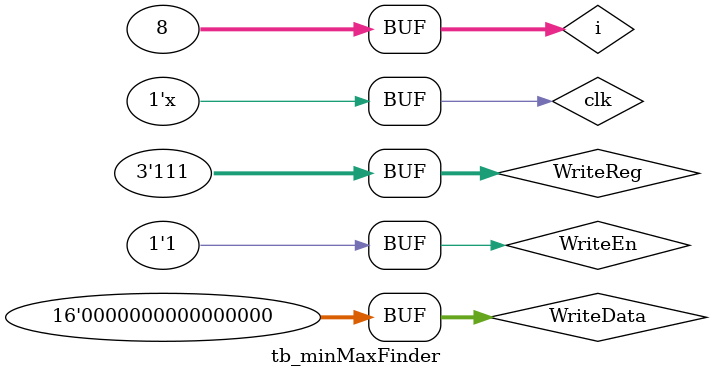
<source format=v>
module tb_minMaxFinder;
reg clk;
reg [2:0] WriteReg;
reg [15 :0] WriteData;
reg WriteEn;
wire [15:0] min, Max;
wire Vaild;
integer i;
Top UDT(.clk(clk), .WriteReg(WriteReg), .WriteData(WriteData), .WriteEn(WriteEn), .min(min), .Max(Max), .Vaild(Vaild));
always #5 clk = ~clk;

initial begin
    clk = 0;
    WriteData = 1;
    WriteReg = 0;
    WriteEn = 0;
    #10 WriteEn = 1;
    for (i = 1; i < 8; i = i +1) begin
        if (i ==7)  begin
        # 10 WriteData = 0;
            WriteReg = i; 
        end
        else begin
        #10 WriteData = WriteData << 1;
            WriteReg = i;
        end
    end
end
endmodule
</source>
